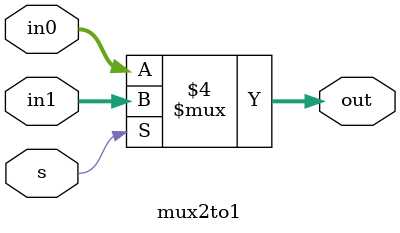
<source format=v>
module mux2to1(in0,in1,s,out);
parameter width = 8;
input [width-1:0]in0,in1;
input s;
output [width-1:0] out;
reg [width-1:0] out;
//reg out;
// this design is using gate level or structural level
/*
not inv1(s_bar,s);
and and1(a1,s_bar,in0);
and and2(a2,s,in1);
or or1(out,a1,a2);
*/
// this design is using behavioural level

always @ (in0 or in1 or s)
begin
    if(s == 0)
    begin
    	out[width-1:0] = in0[width-1:0];
    end
    else
    begin
	out[width-1:0] = in1[width-1:0];
    end
end 

endmodule


</source>
